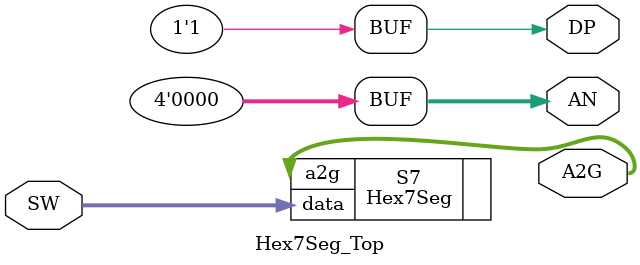
<source format=sv>
module Hex7Seg_Top (
    input   logic [3:0] SW,
    output  logic [6:0] A2G,
    output  logic [3:0] AN,
    output  logic       DP
);
    
    assign AN = 4'b0000;
    assign DP = 1;

    Hex7Seg S7(.data(SW), .a2g(A2G));
    
endmodule
</source>
